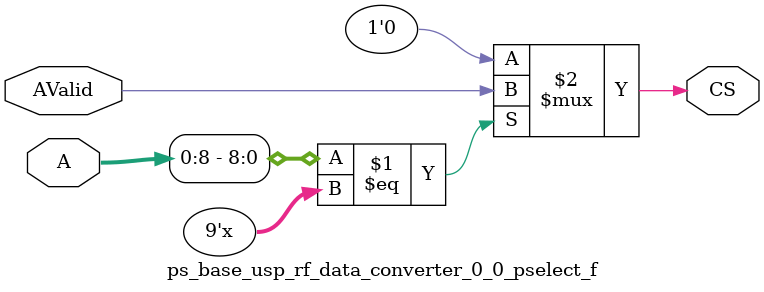
<source format=v>
`timescale 1 ps/1 ps

module ps_base_usp_rf_data_converter_0_0_pselect_f ( A, AValid, CS) ;

parameter C_AB  = 9;
parameter C_AW  = 32;
parameter [0:C_AW - 1] C_BAR =  'bz;
parameter C_FAMILY  = "nofamily";
input[0:C_AW-1] A; 
input AValid; 
output CS; 
wire CS;
parameter [0:C_AB-1]BAR = C_BAR[0:C_AB-1];

//----------------------------------------------------------------------------
// Build a behavioral decoder
//----------------------------------------------------------------------------
generate
if (C_AB > 0) begin : XST_WA
assign CS = (A[0:C_AB - 1] == BAR[0:C_AB - 1]) ? AValid : 1'b0 ;
end
endgenerate

generate
if (C_AB == 0) begin : PASS_ON_GEN
assign CS = AValid ;
end
endgenerate
endmodule

</source>
